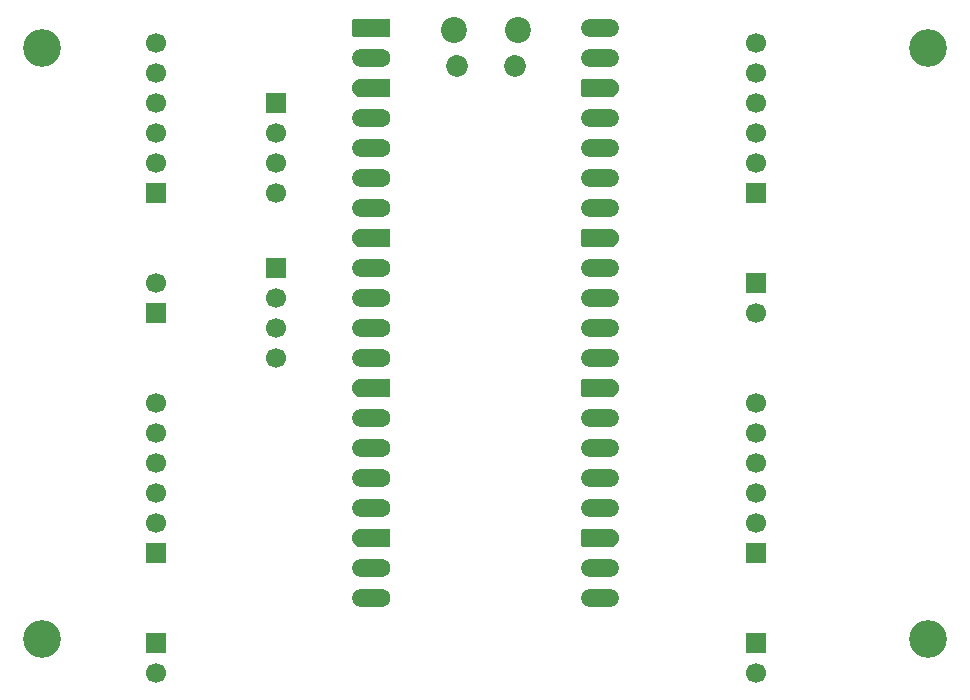
<source format=gbr>
%TF.GenerationSoftware,KiCad,Pcbnew,9.0.2*%
%TF.CreationDate,2025-07-04T09:03:12+10:00*%
%TF.ProjectId,motor-controller-pcb,6d6f746f-722d-4636-9f6e-74726f6c6c65,rev?*%
%TF.SameCoordinates,Original*%
%TF.FileFunction,Soldermask,Top*%
%TF.FilePolarity,Negative*%
%FSLAX46Y46*%
G04 Gerber Fmt 4.6, Leading zero omitted, Abs format (unit mm)*
G04 Created by KiCad (PCBNEW 9.0.2) date 2025-07-04 09:03:12*
%MOMM*%
%LPD*%
G01*
G04 APERTURE LIST*
G04 Aperture macros list*
%AMRoundRect*
0 Rectangle with rounded corners*
0 $1 Rounding radius*
0 $2 $3 $4 $5 $6 $7 $8 $9 X,Y pos of 4 corners*
0 Add a 4 corners polygon primitive as box body*
4,1,4,$2,$3,$4,$5,$6,$7,$8,$9,$2,$3,0*
0 Add four circle primitives for the rounded corners*
1,1,$1+$1,$2,$3*
1,1,$1+$1,$4,$5*
1,1,$1+$1,$6,$7*
1,1,$1+$1,$8,$9*
0 Add four rect primitives between the rounded corners*
20,1,$1+$1,$2,$3,$4,$5,0*
20,1,$1+$1,$4,$5,$6,$7,0*
20,1,$1+$1,$6,$7,$8,$9,0*
20,1,$1+$1,$8,$9,$2,$3,0*%
%AMFreePoly0*
4,1,37,0.800000,0.796148,0.878414,0.796148,1.032228,0.765552,1.177117,0.705537,1.307515,0.618408,1.418408,0.507515,1.505537,0.377117,1.565552,0.232228,1.596148,0.078414,1.596148,-0.078414,1.565552,-0.232228,1.505537,-0.377117,1.418408,-0.507515,1.307515,-0.618408,1.177117,-0.705537,1.032228,-0.765552,0.878414,-0.796148,0.800000,-0.796148,0.800000,-0.800000,-1.400000,-0.800000,
-1.403843,-0.796157,-1.439018,-0.796157,-1.511114,-0.766294,-1.566294,-0.711114,-1.596157,-0.639018,-1.596157,-0.603843,-1.600000,-0.600000,-1.600000,0.600000,-1.596157,0.603843,-1.596157,0.639018,-1.566294,0.711114,-1.511114,0.766294,-1.439018,0.796157,-1.403843,0.796157,-1.400000,0.800000,0.800000,0.800000,0.800000,0.796148,0.800000,0.796148,$1*%
%AMFreePoly1*
4,1,37,1.403843,0.796157,1.439018,0.796157,1.511114,0.766294,1.566294,0.711114,1.596157,0.639018,1.596157,0.603843,1.600000,0.600000,1.600000,-0.600000,1.596157,-0.603843,1.596157,-0.639018,1.566294,-0.711114,1.511114,-0.766294,1.439018,-0.796157,1.403843,-0.796157,1.400000,-0.800000,-0.800000,-0.800000,-0.800000,-0.796148,-0.878414,-0.796148,-1.032228,-0.765552,-1.177117,-0.705537,
-1.307515,-0.618408,-1.418408,-0.507515,-1.505537,-0.377117,-1.565552,-0.232228,-1.596148,-0.078414,-1.596148,0.078414,-1.565552,0.232228,-1.505537,0.377117,-1.418408,0.507515,-1.307515,0.618408,-1.177117,0.705537,-1.032228,0.765552,-0.878414,0.796148,-0.800000,0.796148,-0.800000,0.800000,1.400000,0.800000,1.403843,0.796157,1.403843,0.796157,$1*%
%AMFreePoly2*
4,1,37,0.603843,0.796157,0.639018,0.796157,0.711114,0.766294,0.766294,0.711114,0.796157,0.639018,0.796157,0.603843,0.800000,0.600000,0.800000,-0.600000,0.796157,-0.603843,0.796157,-0.639018,0.766294,-0.711114,0.711114,-0.766294,0.639018,-0.796157,0.603843,-0.796157,0.600000,-0.800000,0.000000,-0.800000,0.000000,-0.796148,-0.078414,-0.796148,-0.232228,-0.765552,-0.377117,-0.705537,
-0.507515,-0.618408,-0.618408,-0.507515,-0.705537,-0.377117,-0.765552,-0.232228,-0.796148,-0.078414,-0.796148,0.078414,-0.765552,0.232228,-0.705537,0.377117,-0.618408,0.507515,-0.507515,0.618408,-0.377117,0.705537,-0.232228,0.765552,-0.078414,0.796148,0.000000,0.796148,0.000000,0.800000,0.600000,0.800000,0.603843,0.796157,0.603843,0.796157,$1*%
%AMFreePoly3*
4,1,37,0.000000,0.796148,0.078414,0.796148,0.232228,0.765552,0.377117,0.705537,0.507515,0.618408,0.618408,0.507515,0.705537,0.377117,0.765552,0.232228,0.796148,0.078414,0.796148,-0.078414,0.765552,-0.232228,0.705537,-0.377117,0.618408,-0.507515,0.507515,-0.618408,0.377117,-0.705537,0.232228,-0.765552,0.078414,-0.796148,0.000000,-0.796148,0.000000,-0.800000,-0.600000,-0.800000,
-0.603843,-0.796157,-0.639018,-0.796157,-0.711114,-0.766294,-0.766294,-0.711114,-0.796157,-0.639018,-0.796157,-0.603843,-0.800000,-0.600000,-0.800000,0.600000,-0.796157,0.603843,-0.796157,0.639018,-0.766294,0.711114,-0.711114,0.766294,-0.639018,0.796157,-0.603843,0.796157,-0.600000,0.800000,0.000000,0.800000,0.000000,0.796148,0.000000,0.796148,$1*%
G04 Aperture macros list end*
%ADD10C,3.200000*%
%ADD11C,1.700000*%
%ADD12R,1.700000X1.700000*%
%ADD13C,2.200000*%
%ADD14C,1.850000*%
%ADD15FreePoly0,0.000000*%
%ADD16RoundRect,0.200000X-0.600000X-0.600000X0.600000X-0.600000X0.600000X0.600000X-0.600000X0.600000X0*%
%ADD17RoundRect,0.800000X-0.800000X-0.000010X0.800000X-0.000010X0.800000X0.000010X-0.800000X0.000010X0*%
%ADD18C,1.600000*%
%ADD19FreePoly1,0.000000*%
%ADD20FreePoly2,0.000000*%
%ADD21FreePoly3,0.000000*%
G04 APERTURE END LIST*
D10*
%TO.C,REF\u002A\u002A*%
X115000000Y-110000000D03*
%TD*%
%TO.C,REF\u002A\u002A*%
X190000000Y-110000000D03*
%TD*%
%TO.C,REF\u002A\u002A*%
X190000000Y-60000000D03*
%TD*%
%TO.C,REF\u002A\u002A*%
X115000000Y-60000000D03*
%TD*%
D11*
%TO.C,M4*%
X175445000Y-112900000D03*
D12*
X175445000Y-110360000D03*
%TD*%
%TO.C,M3*%
X124645000Y-110360000D03*
D11*
X124645000Y-112900000D03*
%TD*%
D12*
%TO.C,M2*%
X175445000Y-79880000D03*
D11*
X175445000Y-82420000D03*
%TD*%
%TO.C,M1*%
X124645000Y-79880000D03*
D12*
X124645000Y-82420000D03*
%TD*%
%TO.C,J6*%
X134805000Y-78610000D03*
D11*
X134805000Y-81150000D03*
X134805000Y-83690000D03*
X134805000Y-86230000D03*
%TD*%
D12*
%TO.C,J5*%
X134805000Y-64640000D03*
D11*
X134805000Y-67180000D03*
X134805000Y-69720000D03*
X134805000Y-72260000D03*
%TD*%
D12*
%TO.C,J4*%
X175445000Y-102740000D03*
D11*
X175445000Y-100200000D03*
X175445000Y-97660000D03*
X175445000Y-95120000D03*
X175445000Y-92580000D03*
X175445000Y-90040000D03*
%TD*%
D12*
%TO.C,J3*%
X124645000Y-102740000D03*
D11*
X124645000Y-100200000D03*
X124645000Y-97660000D03*
X124645000Y-95120000D03*
X124645000Y-92580000D03*
X124645000Y-90040000D03*
%TD*%
D12*
%TO.C,J2*%
X175445000Y-72260000D03*
D11*
X175445000Y-69720000D03*
X175445000Y-67180000D03*
X175445000Y-64640000D03*
X175445000Y-62100000D03*
X175445000Y-59560000D03*
%TD*%
D12*
%TO.C,J1*%
X124645000Y-72260000D03*
D11*
X124645000Y-69720000D03*
X124645000Y-67180000D03*
X124645000Y-64640000D03*
X124645000Y-62100000D03*
X124645000Y-59560000D03*
%TD*%
D13*
%TO.C,A1*%
X149860000Y-58420000D03*
D14*
X150160000Y-61450000D03*
X155010000Y-61450000D03*
D13*
X155310000Y-58420000D03*
D15*
X142895000Y-58290000D03*
D16*
X143695000Y-58290000D03*
D17*
X142895000Y-60830000D03*
D18*
X143695000Y-60830000D03*
D19*
X142895000Y-63370000D03*
D20*
X143695000Y-63370000D03*
D17*
X142895000Y-65910000D03*
D18*
X143695000Y-65910000D03*
D17*
X142895000Y-68450000D03*
D18*
X143695000Y-68450000D03*
D17*
X142895000Y-70990000D03*
D18*
X143695000Y-70990000D03*
D17*
X142895000Y-73530000D03*
D18*
X143695000Y-73530000D03*
D19*
X142895000Y-76070000D03*
D20*
X143695000Y-76070000D03*
D17*
X142895000Y-78610000D03*
D18*
X143695000Y-78610000D03*
D17*
X142895000Y-81150000D03*
D18*
X143695000Y-81150000D03*
D17*
X142895000Y-83690000D03*
D18*
X143695000Y-83690000D03*
D17*
X142895000Y-86230000D03*
D18*
X143695000Y-86230000D03*
D19*
X142895000Y-88770000D03*
D20*
X143695000Y-88770000D03*
D17*
X142895000Y-91310000D03*
D18*
X143695000Y-91310000D03*
D17*
X142895000Y-93850000D03*
D18*
X143695000Y-93850000D03*
D17*
X142895000Y-96390000D03*
D18*
X143695000Y-96390000D03*
D17*
X142895000Y-98930000D03*
D18*
X143695000Y-98930000D03*
D19*
X142895000Y-101470000D03*
D20*
X143695000Y-101470000D03*
D17*
X142895000Y-104010000D03*
D18*
X143695000Y-104010000D03*
D17*
X142895000Y-106550000D03*
D18*
X143695000Y-106550000D03*
X161475000Y-106550000D03*
D17*
X162275000Y-106550000D03*
D18*
X161475000Y-104010000D03*
D17*
X162275000Y-104010000D03*
D21*
X161475000Y-101470000D03*
D15*
X162275000Y-101470000D03*
D18*
X161475000Y-98930000D03*
D17*
X162275000Y-98930000D03*
D18*
X161475000Y-96390000D03*
D17*
X162275000Y-96390000D03*
D18*
X161475000Y-93850000D03*
D17*
X162275000Y-93850000D03*
D18*
X161475000Y-91310000D03*
D17*
X162275000Y-91310000D03*
D21*
X161475000Y-88770000D03*
D15*
X162275000Y-88770000D03*
D18*
X161475000Y-86230000D03*
D17*
X162275000Y-86230000D03*
D18*
X161475000Y-83690000D03*
D17*
X162275000Y-83690000D03*
D18*
X161475000Y-81150000D03*
D17*
X162275000Y-81150000D03*
D18*
X161475000Y-78610000D03*
D17*
X162275000Y-78610000D03*
D21*
X161475000Y-76070000D03*
D15*
X162275000Y-76070000D03*
D18*
X161475000Y-73530000D03*
D17*
X162275000Y-73530000D03*
D18*
X161475000Y-70990000D03*
D17*
X162275000Y-70990000D03*
D18*
X161475000Y-68450000D03*
D17*
X162275000Y-68450000D03*
D18*
X161475000Y-65910000D03*
D17*
X162275000Y-65910000D03*
D21*
X161475000Y-63370000D03*
D15*
X162275000Y-63370000D03*
D18*
X161475000Y-60830000D03*
D17*
X162275000Y-60830000D03*
D18*
X161475000Y-58290000D03*
D17*
X162275000Y-58290000D03*
%TD*%
M02*

</source>
